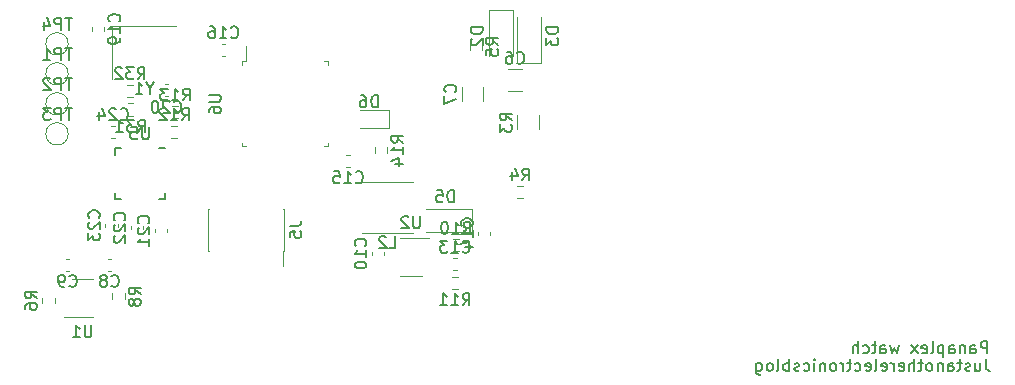
<source format=gbr>
%TF.GenerationSoftware,KiCad,Pcbnew,6.0.6-1.fc35*%
%TF.CreationDate,2022-07-26T21:01:35+02:00*%
%TF.ProjectId,Nixiewatch,4e697869-6577-4617-9463-682e6b696361,rev?*%
%TF.SameCoordinates,Original*%
%TF.FileFunction,Legend,Bot*%
%TF.FilePolarity,Positive*%
%FSLAX46Y46*%
G04 Gerber Fmt 4.6, Leading zero omitted, Abs format (unit mm)*
G04 Created by KiCad (PCBNEW 6.0.6-1.fc35) date 2022-07-26 21:01:35*
%MOMM*%
%LPD*%
G01*
G04 APERTURE LIST*
%ADD10C,0.150000*%
%ADD11C,0.120000*%
G04 APERTURE END LIST*
D10*
X150271428Y-65052380D02*
X150271428Y-65766666D01*
X150319047Y-65909523D01*
X150414285Y-66004761D01*
X150557142Y-66052380D01*
X150652380Y-66052380D01*
X149366666Y-65385714D02*
X149366666Y-66052380D01*
X149795238Y-65385714D02*
X149795238Y-65909523D01*
X149747619Y-66004761D01*
X149652380Y-66052380D01*
X149509523Y-66052380D01*
X149414285Y-66004761D01*
X149366666Y-65957142D01*
X148938095Y-66004761D02*
X148842857Y-66052380D01*
X148652380Y-66052380D01*
X148557142Y-66004761D01*
X148509523Y-65909523D01*
X148509523Y-65861904D01*
X148557142Y-65766666D01*
X148652380Y-65719047D01*
X148795238Y-65719047D01*
X148890476Y-65671428D01*
X148938095Y-65576190D01*
X148938095Y-65528571D01*
X148890476Y-65433333D01*
X148795238Y-65385714D01*
X148652380Y-65385714D01*
X148557142Y-65433333D01*
X148223809Y-65385714D02*
X147842857Y-65385714D01*
X148080952Y-65052380D02*
X148080952Y-65909523D01*
X148033333Y-66004761D01*
X147938095Y-66052380D01*
X147842857Y-66052380D01*
X147080952Y-66052380D02*
X147080952Y-65528571D01*
X147128571Y-65433333D01*
X147223809Y-65385714D01*
X147414285Y-65385714D01*
X147509523Y-65433333D01*
X147080952Y-66004761D02*
X147176190Y-66052380D01*
X147414285Y-66052380D01*
X147509523Y-66004761D01*
X147557142Y-65909523D01*
X147557142Y-65814285D01*
X147509523Y-65719047D01*
X147414285Y-65671428D01*
X147176190Y-65671428D01*
X147080952Y-65623809D01*
X146604761Y-65385714D02*
X146604761Y-66052380D01*
X146604761Y-65480952D02*
X146557142Y-65433333D01*
X146461904Y-65385714D01*
X146319047Y-65385714D01*
X146223809Y-65433333D01*
X146176190Y-65528571D01*
X146176190Y-66052380D01*
X145557142Y-66052380D02*
X145652380Y-66004761D01*
X145700000Y-65957142D01*
X145747619Y-65861904D01*
X145747619Y-65576190D01*
X145700000Y-65480952D01*
X145652380Y-65433333D01*
X145557142Y-65385714D01*
X145414285Y-65385714D01*
X145319047Y-65433333D01*
X145271428Y-65480952D01*
X145223809Y-65576190D01*
X145223809Y-65861904D01*
X145271428Y-65957142D01*
X145319047Y-66004761D01*
X145414285Y-66052380D01*
X145557142Y-66052380D01*
X144938095Y-65385714D02*
X144557142Y-65385714D01*
X144795238Y-65052380D02*
X144795238Y-65909523D01*
X144747619Y-66004761D01*
X144652380Y-66052380D01*
X144557142Y-66052380D01*
X144223809Y-66052380D02*
X144223809Y-65052380D01*
X143795238Y-66052380D02*
X143795238Y-65528571D01*
X143842857Y-65433333D01*
X143938095Y-65385714D01*
X144080952Y-65385714D01*
X144176190Y-65433333D01*
X144223809Y-65480952D01*
X142938095Y-66004761D02*
X143033333Y-66052380D01*
X143223809Y-66052380D01*
X143319047Y-66004761D01*
X143366666Y-65909523D01*
X143366666Y-65528571D01*
X143319047Y-65433333D01*
X143223809Y-65385714D01*
X143033333Y-65385714D01*
X142938095Y-65433333D01*
X142890476Y-65528571D01*
X142890476Y-65623809D01*
X143366666Y-65719047D01*
X142461904Y-66052380D02*
X142461904Y-65385714D01*
X142461904Y-65576190D02*
X142414285Y-65480952D01*
X142366666Y-65433333D01*
X142271428Y-65385714D01*
X142176190Y-65385714D01*
X141461904Y-66004761D02*
X141557142Y-66052380D01*
X141747619Y-66052380D01*
X141842857Y-66004761D01*
X141890476Y-65909523D01*
X141890476Y-65528571D01*
X141842857Y-65433333D01*
X141747619Y-65385714D01*
X141557142Y-65385714D01*
X141461904Y-65433333D01*
X141414285Y-65528571D01*
X141414285Y-65623809D01*
X141890476Y-65719047D01*
X140842857Y-66052380D02*
X140938095Y-66004761D01*
X140985714Y-65909523D01*
X140985714Y-65052380D01*
X140080952Y-66004761D02*
X140176190Y-66052380D01*
X140366666Y-66052380D01*
X140461904Y-66004761D01*
X140509523Y-65909523D01*
X140509523Y-65528571D01*
X140461904Y-65433333D01*
X140366666Y-65385714D01*
X140176190Y-65385714D01*
X140080952Y-65433333D01*
X140033333Y-65528571D01*
X140033333Y-65623809D01*
X140509523Y-65719047D01*
X139176190Y-66004761D02*
X139271428Y-66052380D01*
X139461904Y-66052380D01*
X139557142Y-66004761D01*
X139604761Y-65957142D01*
X139652380Y-65861904D01*
X139652380Y-65576190D01*
X139604761Y-65480952D01*
X139557142Y-65433333D01*
X139461904Y-65385714D01*
X139271428Y-65385714D01*
X139176190Y-65433333D01*
X138890476Y-65385714D02*
X138509523Y-65385714D01*
X138747619Y-65052380D02*
X138747619Y-65909523D01*
X138700000Y-66004761D01*
X138604761Y-66052380D01*
X138509523Y-66052380D01*
X138176190Y-66052380D02*
X138176190Y-65385714D01*
X138176190Y-65576190D02*
X138128571Y-65480952D01*
X138080952Y-65433333D01*
X137985714Y-65385714D01*
X137890476Y-65385714D01*
X137414285Y-66052380D02*
X137509523Y-66004761D01*
X137557142Y-65957142D01*
X137604761Y-65861904D01*
X137604761Y-65576190D01*
X137557142Y-65480952D01*
X137509523Y-65433333D01*
X137414285Y-65385714D01*
X137271428Y-65385714D01*
X137176190Y-65433333D01*
X137128571Y-65480952D01*
X137080952Y-65576190D01*
X137080952Y-65861904D01*
X137128571Y-65957142D01*
X137176190Y-66004761D01*
X137271428Y-66052380D01*
X137414285Y-66052380D01*
X136652380Y-65385714D02*
X136652380Y-66052380D01*
X136652380Y-65480952D02*
X136604761Y-65433333D01*
X136509523Y-65385714D01*
X136366666Y-65385714D01*
X136271428Y-65433333D01*
X136223809Y-65528571D01*
X136223809Y-66052380D01*
X135747619Y-66052380D02*
X135747619Y-65385714D01*
X135747619Y-65052380D02*
X135795238Y-65100000D01*
X135747619Y-65147619D01*
X135700000Y-65100000D01*
X135747619Y-65052380D01*
X135747619Y-65147619D01*
X134842857Y-66004761D02*
X134938095Y-66052380D01*
X135128571Y-66052380D01*
X135223809Y-66004761D01*
X135271428Y-65957142D01*
X135319047Y-65861904D01*
X135319047Y-65576190D01*
X135271428Y-65480952D01*
X135223809Y-65433333D01*
X135128571Y-65385714D01*
X134938095Y-65385714D01*
X134842857Y-65433333D01*
X134461904Y-66004761D02*
X134366666Y-66052380D01*
X134176190Y-66052380D01*
X134080952Y-66004761D01*
X134033333Y-65909523D01*
X134033333Y-65861904D01*
X134080952Y-65766666D01*
X134176190Y-65719047D01*
X134319047Y-65719047D01*
X134414285Y-65671428D01*
X134461904Y-65576190D01*
X134461904Y-65528571D01*
X134414285Y-65433333D01*
X134319047Y-65385714D01*
X134176190Y-65385714D01*
X134080952Y-65433333D01*
X133604761Y-66052380D02*
X133604761Y-65052380D01*
X133604761Y-65433333D02*
X133509523Y-65385714D01*
X133319047Y-65385714D01*
X133223809Y-65433333D01*
X133176190Y-65480952D01*
X133128571Y-65576190D01*
X133128571Y-65861904D01*
X133176190Y-65957142D01*
X133223809Y-66004761D01*
X133319047Y-66052380D01*
X133509523Y-66052380D01*
X133604761Y-66004761D01*
X132557142Y-66052380D02*
X132652380Y-66004761D01*
X132700000Y-65909523D01*
X132700000Y-65052380D01*
X132033333Y-66052380D02*
X132128571Y-66004761D01*
X132176190Y-65957142D01*
X132223809Y-65861904D01*
X132223809Y-65576190D01*
X132176190Y-65480952D01*
X132128571Y-65433333D01*
X132033333Y-65385714D01*
X131890476Y-65385714D01*
X131795238Y-65433333D01*
X131747619Y-65480952D01*
X131700000Y-65576190D01*
X131700000Y-65861904D01*
X131747619Y-65957142D01*
X131795238Y-66004761D01*
X131890476Y-66052380D01*
X132033333Y-66052380D01*
X130842857Y-65385714D02*
X130842857Y-66195238D01*
X130890476Y-66290476D01*
X130938095Y-66338095D01*
X131033333Y-66385714D01*
X131176190Y-66385714D01*
X131271428Y-66338095D01*
X130842857Y-66004761D02*
X130938095Y-66052380D01*
X131128571Y-66052380D01*
X131223809Y-66004761D01*
X131271428Y-65957142D01*
X131319047Y-65861904D01*
X131319047Y-65576190D01*
X131271428Y-65480952D01*
X131223809Y-65433333D01*
X131128571Y-65385714D01*
X130938095Y-65385714D01*
X130842857Y-65433333D01*
X150390476Y-64552380D02*
X150390476Y-63552380D01*
X150009523Y-63552380D01*
X149914285Y-63600000D01*
X149866666Y-63647619D01*
X149819047Y-63742857D01*
X149819047Y-63885714D01*
X149866666Y-63980952D01*
X149914285Y-64028571D01*
X150009523Y-64076190D01*
X150390476Y-64076190D01*
X148961904Y-64552380D02*
X148961904Y-64028571D01*
X149009523Y-63933333D01*
X149104761Y-63885714D01*
X149295238Y-63885714D01*
X149390476Y-63933333D01*
X148961904Y-64504761D02*
X149057142Y-64552380D01*
X149295238Y-64552380D01*
X149390476Y-64504761D01*
X149438095Y-64409523D01*
X149438095Y-64314285D01*
X149390476Y-64219047D01*
X149295238Y-64171428D01*
X149057142Y-64171428D01*
X148961904Y-64123809D01*
X148485714Y-63885714D02*
X148485714Y-64552380D01*
X148485714Y-63980952D02*
X148438095Y-63933333D01*
X148342857Y-63885714D01*
X148200000Y-63885714D01*
X148104761Y-63933333D01*
X148057142Y-64028571D01*
X148057142Y-64552380D01*
X147152380Y-64552380D02*
X147152380Y-64028571D01*
X147200000Y-63933333D01*
X147295238Y-63885714D01*
X147485714Y-63885714D01*
X147580952Y-63933333D01*
X147152380Y-64504761D02*
X147247619Y-64552380D01*
X147485714Y-64552380D01*
X147580952Y-64504761D01*
X147628571Y-64409523D01*
X147628571Y-64314285D01*
X147580952Y-64219047D01*
X147485714Y-64171428D01*
X147247619Y-64171428D01*
X147152380Y-64123809D01*
X146676190Y-63885714D02*
X146676190Y-64885714D01*
X146676190Y-63933333D02*
X146580952Y-63885714D01*
X146390476Y-63885714D01*
X146295238Y-63933333D01*
X146247619Y-63980952D01*
X146200000Y-64076190D01*
X146200000Y-64361904D01*
X146247619Y-64457142D01*
X146295238Y-64504761D01*
X146390476Y-64552380D01*
X146580952Y-64552380D01*
X146676190Y-64504761D01*
X145628571Y-64552380D02*
X145723809Y-64504761D01*
X145771428Y-64409523D01*
X145771428Y-63552380D01*
X144866666Y-64504761D02*
X144961904Y-64552380D01*
X145152380Y-64552380D01*
X145247619Y-64504761D01*
X145295238Y-64409523D01*
X145295238Y-64028571D01*
X145247619Y-63933333D01*
X145152380Y-63885714D01*
X144961904Y-63885714D01*
X144866666Y-63933333D01*
X144819047Y-64028571D01*
X144819047Y-64123809D01*
X145295238Y-64219047D01*
X144485714Y-64552380D02*
X143961904Y-63885714D01*
X144485714Y-63885714D02*
X143961904Y-64552380D01*
X142914285Y-63885714D02*
X142723809Y-64552380D01*
X142533333Y-64076190D01*
X142342857Y-64552380D01*
X142152380Y-63885714D01*
X141342857Y-64552380D02*
X141342857Y-64028571D01*
X141390476Y-63933333D01*
X141485714Y-63885714D01*
X141676190Y-63885714D01*
X141771428Y-63933333D01*
X141342857Y-64504761D02*
X141438095Y-64552380D01*
X141676190Y-64552380D01*
X141771428Y-64504761D01*
X141819047Y-64409523D01*
X141819047Y-64314285D01*
X141771428Y-64219047D01*
X141676190Y-64171428D01*
X141438095Y-64171428D01*
X141342857Y-64123809D01*
X141009523Y-63885714D02*
X140628571Y-63885714D01*
X140866666Y-63552380D02*
X140866666Y-64409523D01*
X140819047Y-64504761D01*
X140723809Y-64552380D01*
X140628571Y-64552380D01*
X139866666Y-64504761D02*
X139961904Y-64552380D01*
X140152380Y-64552380D01*
X140247619Y-64504761D01*
X140295238Y-64457142D01*
X140342857Y-64361904D01*
X140342857Y-64076190D01*
X140295238Y-63980952D01*
X140247619Y-63933333D01*
X140152380Y-63885714D01*
X139961904Y-63885714D01*
X139866666Y-63933333D01*
X139438095Y-64552380D02*
X139438095Y-63552380D01*
X139009523Y-64552380D02*
X139009523Y-64028571D01*
X139057142Y-63933333D01*
X139152380Y-63885714D01*
X139295238Y-63885714D01*
X139390476Y-63933333D01*
X139438095Y-63980952D01*
%TO.C,TP4*%
X72889904Y-36158380D02*
X72318476Y-36158380D01*
X72604190Y-37158380D02*
X72604190Y-36158380D01*
X71985142Y-37158380D02*
X71985142Y-36158380D01*
X71604190Y-36158380D01*
X71508952Y-36206000D01*
X71461333Y-36253619D01*
X71413714Y-36348857D01*
X71413714Y-36491714D01*
X71461333Y-36586952D01*
X71508952Y-36634571D01*
X71604190Y-36682190D01*
X71985142Y-36682190D01*
X70556571Y-36491714D02*
X70556571Y-37158380D01*
X70794666Y-36110761D02*
X71032761Y-36825047D01*
X70413714Y-36825047D01*
%TO.C,TP3*%
X72889904Y-43778380D02*
X72318476Y-43778380D01*
X72604190Y-44778380D02*
X72604190Y-43778380D01*
X71985142Y-44778380D02*
X71985142Y-43778380D01*
X71604190Y-43778380D01*
X71508952Y-43826000D01*
X71461333Y-43873619D01*
X71413714Y-43968857D01*
X71413714Y-44111714D01*
X71461333Y-44206952D01*
X71508952Y-44254571D01*
X71604190Y-44302190D01*
X71985142Y-44302190D01*
X71080380Y-43778380D02*
X70461333Y-43778380D01*
X70794666Y-44159333D01*
X70651809Y-44159333D01*
X70556571Y-44206952D01*
X70508952Y-44254571D01*
X70461333Y-44349809D01*
X70461333Y-44587904D01*
X70508952Y-44683142D01*
X70556571Y-44730761D01*
X70651809Y-44778380D01*
X70937523Y-44778380D01*
X71032761Y-44730761D01*
X71080380Y-44683142D01*
%TO.C,TP2*%
X72889904Y-41238380D02*
X72318476Y-41238380D01*
X72604190Y-42238380D02*
X72604190Y-41238380D01*
X71985142Y-42238380D02*
X71985142Y-41238380D01*
X71604190Y-41238380D01*
X71508952Y-41286000D01*
X71461333Y-41333619D01*
X71413714Y-41428857D01*
X71413714Y-41571714D01*
X71461333Y-41666952D01*
X71508952Y-41714571D01*
X71604190Y-41762190D01*
X71985142Y-41762190D01*
X71032761Y-41333619D02*
X70985142Y-41286000D01*
X70889904Y-41238380D01*
X70651809Y-41238380D01*
X70556571Y-41286000D01*
X70508952Y-41333619D01*
X70461333Y-41428857D01*
X70461333Y-41524095D01*
X70508952Y-41666952D01*
X71080380Y-42238380D01*
X70461333Y-42238380D01*
%TO.C,TP1*%
X72889904Y-38698380D02*
X72318476Y-38698380D01*
X72604190Y-39698380D02*
X72604190Y-38698380D01*
X71985142Y-39698380D02*
X71985142Y-38698380D01*
X71604190Y-38698380D01*
X71508952Y-38746000D01*
X71461333Y-38793619D01*
X71413714Y-38888857D01*
X71413714Y-39031714D01*
X71461333Y-39126952D01*
X71508952Y-39174571D01*
X71604190Y-39222190D01*
X71985142Y-39222190D01*
X70461333Y-39698380D02*
X71032761Y-39698380D01*
X70747047Y-39698380D02*
X70747047Y-38698380D01*
X70842285Y-38841238D01*
X70937523Y-38936476D01*
X71032761Y-38984095D01*
%TO.C,R6*%
X69922380Y-59908333D02*
X69446190Y-59575000D01*
X69922380Y-59336904D02*
X68922380Y-59336904D01*
X68922380Y-59717857D01*
X68970000Y-59813095D01*
X69017619Y-59860714D01*
X69112857Y-59908333D01*
X69255714Y-59908333D01*
X69350952Y-59860714D01*
X69398571Y-59813095D01*
X69446190Y-59717857D01*
X69446190Y-59336904D01*
X68922380Y-60765476D02*
X68922380Y-60575000D01*
X68970000Y-60479761D01*
X69017619Y-60432142D01*
X69160476Y-60336904D01*
X69350952Y-60289285D01*
X69731904Y-60289285D01*
X69827142Y-60336904D01*
X69874761Y-60384523D01*
X69922380Y-60479761D01*
X69922380Y-60670238D01*
X69874761Y-60765476D01*
X69827142Y-60813095D01*
X69731904Y-60860714D01*
X69493809Y-60860714D01*
X69398571Y-60813095D01*
X69350952Y-60765476D01*
X69303333Y-60670238D01*
X69303333Y-60479761D01*
X69350952Y-60384523D01*
X69398571Y-60336904D01*
X69493809Y-60289285D01*
%TO.C,C8*%
X76237166Y-58827642D02*
X76284785Y-58875261D01*
X76427642Y-58922880D01*
X76522880Y-58922880D01*
X76665738Y-58875261D01*
X76760976Y-58780023D01*
X76808595Y-58684785D01*
X76856214Y-58494309D01*
X76856214Y-58351452D01*
X76808595Y-58160976D01*
X76760976Y-58065738D01*
X76665738Y-57970500D01*
X76522880Y-57922880D01*
X76427642Y-57922880D01*
X76284785Y-57970500D01*
X76237166Y-58018119D01*
X75665738Y-58351452D02*
X75760976Y-58303833D01*
X75808595Y-58256214D01*
X75856214Y-58160976D01*
X75856214Y-58113357D01*
X75808595Y-58018119D01*
X75760976Y-57970500D01*
X75665738Y-57922880D01*
X75475261Y-57922880D01*
X75380023Y-57970500D01*
X75332404Y-58018119D01*
X75284785Y-58113357D01*
X75284785Y-58160976D01*
X75332404Y-58256214D01*
X75380023Y-58303833D01*
X75475261Y-58351452D01*
X75665738Y-58351452D01*
X75760976Y-58399071D01*
X75808595Y-58446690D01*
X75856214Y-58541928D01*
X75856214Y-58732404D01*
X75808595Y-58827642D01*
X75760976Y-58875261D01*
X75665738Y-58922880D01*
X75475261Y-58922880D01*
X75380023Y-58875261D01*
X75332404Y-58827642D01*
X75284785Y-58732404D01*
X75284785Y-58541928D01*
X75332404Y-58446690D01*
X75380023Y-58399071D01*
X75475261Y-58351452D01*
%TO.C,C9*%
X72681166Y-58827642D02*
X72728785Y-58875261D01*
X72871642Y-58922880D01*
X72966880Y-58922880D01*
X73109738Y-58875261D01*
X73204976Y-58780023D01*
X73252595Y-58684785D01*
X73300214Y-58494309D01*
X73300214Y-58351452D01*
X73252595Y-58160976D01*
X73204976Y-58065738D01*
X73109738Y-57970500D01*
X72966880Y-57922880D01*
X72871642Y-57922880D01*
X72728785Y-57970500D01*
X72681166Y-58018119D01*
X72204976Y-58922880D02*
X72014500Y-58922880D01*
X71919261Y-58875261D01*
X71871642Y-58827642D01*
X71776404Y-58684785D01*
X71728785Y-58494309D01*
X71728785Y-58113357D01*
X71776404Y-58018119D01*
X71824023Y-57970500D01*
X71919261Y-57922880D01*
X72109738Y-57922880D01*
X72204976Y-57970500D01*
X72252595Y-58018119D01*
X72300214Y-58113357D01*
X72300214Y-58351452D01*
X72252595Y-58446690D01*
X72204976Y-58494309D01*
X72109738Y-58541928D01*
X71919261Y-58541928D01*
X71824023Y-58494309D01*
X71776404Y-58446690D01*
X71728785Y-58351452D01*
%TO.C,R8*%
X78714880Y-59554833D02*
X78238690Y-59221500D01*
X78714880Y-58983404D02*
X77714880Y-58983404D01*
X77714880Y-59364357D01*
X77762500Y-59459595D01*
X77810119Y-59507214D01*
X77905357Y-59554833D01*
X78048214Y-59554833D01*
X78143452Y-59507214D01*
X78191071Y-59459595D01*
X78238690Y-59364357D01*
X78238690Y-58983404D01*
X78143452Y-60126261D02*
X78095833Y-60031023D01*
X78048214Y-59983404D01*
X77952976Y-59935785D01*
X77905357Y-59935785D01*
X77810119Y-59983404D01*
X77762500Y-60031023D01*
X77714880Y-60126261D01*
X77714880Y-60316738D01*
X77762500Y-60411976D01*
X77810119Y-60459595D01*
X77905357Y-60507214D01*
X77952976Y-60507214D01*
X78048214Y-60459595D01*
X78095833Y-60411976D01*
X78143452Y-60316738D01*
X78143452Y-60126261D01*
X78191071Y-60031023D01*
X78238690Y-59983404D01*
X78333928Y-59935785D01*
X78524404Y-59935785D01*
X78619642Y-59983404D01*
X78667261Y-60031023D01*
X78714880Y-60126261D01*
X78714880Y-60316738D01*
X78667261Y-60411976D01*
X78619642Y-60459595D01*
X78524404Y-60507214D01*
X78333928Y-60507214D01*
X78238690Y-60459595D01*
X78191071Y-60411976D01*
X78143452Y-60316738D01*
%TO.C,U1*%
X74546404Y-62186880D02*
X74546404Y-62996404D01*
X74498785Y-63091642D01*
X74451166Y-63139261D01*
X74355928Y-63186880D01*
X74165452Y-63186880D01*
X74070214Y-63139261D01*
X74022595Y-63091642D01*
X73974976Y-62996404D01*
X73974976Y-62186880D01*
X72974976Y-63186880D02*
X73546404Y-63186880D01*
X73260690Y-63186880D02*
X73260690Y-62186880D01*
X73355928Y-62329738D01*
X73451166Y-62424976D01*
X73546404Y-62472595D01*
%TO.C,C10*%
X97727142Y-55457142D02*
X97774761Y-55409523D01*
X97822380Y-55266666D01*
X97822380Y-55171428D01*
X97774761Y-55028571D01*
X97679523Y-54933333D01*
X97584285Y-54885714D01*
X97393809Y-54838095D01*
X97250952Y-54838095D01*
X97060476Y-54885714D01*
X96965238Y-54933333D01*
X96870000Y-55028571D01*
X96822380Y-55171428D01*
X96822380Y-55266666D01*
X96870000Y-55409523D01*
X96917619Y-55457142D01*
X97822380Y-56409523D02*
X97822380Y-55838095D01*
X97822380Y-56123809D02*
X96822380Y-56123809D01*
X96965238Y-56028571D01*
X97060476Y-55933333D01*
X97108095Y-55838095D01*
X96822380Y-57028571D02*
X96822380Y-57123809D01*
X96870000Y-57219047D01*
X96917619Y-57266666D01*
X97012857Y-57314285D01*
X97203333Y-57361904D01*
X97441428Y-57361904D01*
X97631904Y-57314285D01*
X97727142Y-57266666D01*
X97774761Y-57219047D01*
X97822380Y-57123809D01*
X97822380Y-57028571D01*
X97774761Y-56933333D01*
X97727142Y-56885714D01*
X97631904Y-56838095D01*
X97441428Y-56790476D01*
X97203333Y-56790476D01*
X97012857Y-56838095D01*
X96917619Y-56885714D01*
X96870000Y-56933333D01*
X96822380Y-57028571D01*
%TO.C,C13*%
X105967857Y-55927142D02*
X106015476Y-55974761D01*
X106158333Y-56022380D01*
X106253571Y-56022380D01*
X106396428Y-55974761D01*
X106491666Y-55879523D01*
X106539285Y-55784285D01*
X106586904Y-55593809D01*
X106586904Y-55450952D01*
X106539285Y-55260476D01*
X106491666Y-55165238D01*
X106396428Y-55070000D01*
X106253571Y-55022380D01*
X106158333Y-55022380D01*
X106015476Y-55070000D01*
X105967857Y-55117619D01*
X105015476Y-56022380D02*
X105586904Y-56022380D01*
X105301190Y-56022380D02*
X105301190Y-55022380D01*
X105396428Y-55165238D01*
X105491666Y-55260476D01*
X105586904Y-55308095D01*
X104682142Y-55022380D02*
X104063095Y-55022380D01*
X104396428Y-55403333D01*
X104253571Y-55403333D01*
X104158333Y-55450952D01*
X104110714Y-55498571D01*
X104063095Y-55593809D01*
X104063095Y-55831904D01*
X104110714Y-55927142D01*
X104158333Y-55974761D01*
X104253571Y-56022380D01*
X104539285Y-56022380D01*
X104634523Y-55974761D01*
X104682142Y-55927142D01*
%TO.C,C14*%
X106727142Y-53757142D02*
X106774761Y-53709523D01*
X106822380Y-53566666D01*
X106822380Y-53471428D01*
X106774761Y-53328571D01*
X106679523Y-53233333D01*
X106584285Y-53185714D01*
X106393809Y-53138095D01*
X106250952Y-53138095D01*
X106060476Y-53185714D01*
X105965238Y-53233333D01*
X105870000Y-53328571D01*
X105822380Y-53471428D01*
X105822380Y-53566666D01*
X105870000Y-53709523D01*
X105917619Y-53757142D01*
X106822380Y-54709523D02*
X106822380Y-54138095D01*
X106822380Y-54423809D02*
X105822380Y-54423809D01*
X105965238Y-54328571D01*
X106060476Y-54233333D01*
X106108095Y-54138095D01*
X106155714Y-55566666D02*
X106822380Y-55566666D01*
X105774761Y-55328571D02*
X106489047Y-55090476D01*
X106489047Y-55709523D01*
%TO.C,D5*%
X105238095Y-51752380D02*
X105238095Y-50752380D01*
X105000000Y-50752380D01*
X104857142Y-50800000D01*
X104761904Y-50895238D01*
X104714285Y-50990476D01*
X104666666Y-51180952D01*
X104666666Y-51323809D01*
X104714285Y-51514285D01*
X104761904Y-51609523D01*
X104857142Y-51704761D01*
X105000000Y-51752380D01*
X105238095Y-51752380D01*
X103761904Y-50752380D02*
X104238095Y-50752380D01*
X104285714Y-51228571D01*
X104238095Y-51180952D01*
X104142857Y-51133333D01*
X103904761Y-51133333D01*
X103809523Y-51180952D01*
X103761904Y-51228571D01*
X103714285Y-51323809D01*
X103714285Y-51561904D01*
X103761904Y-51657142D01*
X103809523Y-51704761D01*
X103904761Y-51752380D01*
X104142857Y-51752380D01*
X104238095Y-51704761D01*
X104285714Y-51657142D01*
%TO.C,L2*%
X99766666Y-55652380D02*
X100242857Y-55652380D01*
X100242857Y-54652380D01*
X99480952Y-54747619D02*
X99433333Y-54700000D01*
X99338095Y-54652380D01*
X99100000Y-54652380D01*
X99004761Y-54700000D01*
X98957142Y-54747619D01*
X98909523Y-54842857D01*
X98909523Y-54938095D01*
X98957142Y-55080952D01*
X99528571Y-55652380D01*
X98909523Y-55652380D01*
%TO.C,R10*%
X106042857Y-54422380D02*
X106376190Y-53946190D01*
X106614285Y-54422380D02*
X106614285Y-53422380D01*
X106233333Y-53422380D01*
X106138095Y-53470000D01*
X106090476Y-53517619D01*
X106042857Y-53612857D01*
X106042857Y-53755714D01*
X106090476Y-53850952D01*
X106138095Y-53898571D01*
X106233333Y-53946190D01*
X106614285Y-53946190D01*
X105090476Y-54422380D02*
X105661904Y-54422380D01*
X105376190Y-54422380D02*
X105376190Y-53422380D01*
X105471428Y-53565238D01*
X105566666Y-53660476D01*
X105661904Y-53708095D01*
X104471428Y-53422380D02*
X104376190Y-53422380D01*
X104280952Y-53470000D01*
X104233333Y-53517619D01*
X104185714Y-53612857D01*
X104138095Y-53803333D01*
X104138095Y-54041428D01*
X104185714Y-54231904D01*
X104233333Y-54327142D01*
X104280952Y-54374761D01*
X104376190Y-54422380D01*
X104471428Y-54422380D01*
X104566666Y-54374761D01*
X104614285Y-54327142D01*
X104661904Y-54231904D01*
X104709523Y-54041428D01*
X104709523Y-53803333D01*
X104661904Y-53612857D01*
X104614285Y-53517619D01*
X104566666Y-53470000D01*
X104471428Y-53422380D01*
%TO.C,R11*%
X105967857Y-60482380D02*
X106301190Y-60006190D01*
X106539285Y-60482380D02*
X106539285Y-59482380D01*
X106158333Y-59482380D01*
X106063095Y-59530000D01*
X106015476Y-59577619D01*
X105967857Y-59672857D01*
X105967857Y-59815714D01*
X106015476Y-59910952D01*
X106063095Y-59958571D01*
X106158333Y-60006190D01*
X106539285Y-60006190D01*
X105015476Y-60482380D02*
X105586904Y-60482380D01*
X105301190Y-60482380D02*
X105301190Y-59482380D01*
X105396428Y-59625238D01*
X105491666Y-59720476D01*
X105586904Y-59768095D01*
X104063095Y-60482380D02*
X104634523Y-60482380D01*
X104348809Y-60482380D02*
X104348809Y-59482380D01*
X104444047Y-59625238D01*
X104539285Y-59720476D01*
X104634523Y-59768095D01*
%TO.C,U2*%
X102361904Y-52952380D02*
X102361904Y-53761904D01*
X102314285Y-53857142D01*
X102266666Y-53904761D01*
X102171428Y-53952380D01*
X101980952Y-53952380D01*
X101885714Y-53904761D01*
X101838095Y-53857142D01*
X101790476Y-53761904D01*
X101790476Y-52952380D01*
X101361904Y-53047619D02*
X101314285Y-53000000D01*
X101219047Y-52952380D01*
X100980952Y-52952380D01*
X100885714Y-53000000D01*
X100838095Y-53047619D01*
X100790476Y-53142857D01*
X100790476Y-53238095D01*
X100838095Y-53380952D01*
X101409523Y-53952380D01*
X100790476Y-53952380D01*
%TO.C,J5*%
X91317380Y-53768666D02*
X92031666Y-53768666D01*
X92174523Y-53721047D01*
X92269761Y-53625809D01*
X92317380Y-53482952D01*
X92317380Y-53387714D01*
X91317380Y-54721047D02*
X91317380Y-54244857D01*
X91793571Y-54197238D01*
X91745952Y-54244857D01*
X91698333Y-54340095D01*
X91698333Y-54578190D01*
X91745952Y-54673428D01*
X91793571Y-54721047D01*
X91888809Y-54768666D01*
X92126904Y-54768666D01*
X92222142Y-54721047D01*
X92269761Y-54673428D01*
X92317380Y-54578190D01*
X92317380Y-54340095D01*
X92269761Y-54244857D01*
X92222142Y-54197238D01*
%TO.C,C23*%
X75167142Y-53079142D02*
X75214761Y-53031523D01*
X75262380Y-52888666D01*
X75262380Y-52793428D01*
X75214761Y-52650571D01*
X75119523Y-52555333D01*
X75024285Y-52507714D01*
X74833809Y-52460095D01*
X74690952Y-52460095D01*
X74500476Y-52507714D01*
X74405238Y-52555333D01*
X74310000Y-52650571D01*
X74262380Y-52793428D01*
X74262380Y-52888666D01*
X74310000Y-53031523D01*
X74357619Y-53079142D01*
X74357619Y-53460095D02*
X74310000Y-53507714D01*
X74262380Y-53602952D01*
X74262380Y-53841047D01*
X74310000Y-53936285D01*
X74357619Y-53983904D01*
X74452857Y-54031523D01*
X74548095Y-54031523D01*
X74690952Y-53983904D01*
X75262380Y-53412476D01*
X75262380Y-54031523D01*
X74262380Y-54364857D02*
X74262380Y-54983904D01*
X74643333Y-54650571D01*
X74643333Y-54793428D01*
X74690952Y-54888666D01*
X74738571Y-54936285D01*
X74833809Y-54983904D01*
X75071904Y-54983904D01*
X75167142Y-54936285D01*
X75214761Y-54888666D01*
X75262380Y-54793428D01*
X75262380Y-54507714D01*
X75214761Y-54412476D01*
X75167142Y-54364857D01*
%TO.C,C24*%
X77006857Y-44721142D02*
X77054476Y-44768761D01*
X77197333Y-44816380D01*
X77292571Y-44816380D01*
X77435428Y-44768761D01*
X77530666Y-44673523D01*
X77578285Y-44578285D01*
X77625904Y-44387809D01*
X77625904Y-44244952D01*
X77578285Y-44054476D01*
X77530666Y-43959238D01*
X77435428Y-43864000D01*
X77292571Y-43816380D01*
X77197333Y-43816380D01*
X77054476Y-43864000D01*
X77006857Y-43911619D01*
X76625904Y-43911619D02*
X76578285Y-43864000D01*
X76483047Y-43816380D01*
X76244952Y-43816380D01*
X76149714Y-43864000D01*
X76102095Y-43911619D01*
X76054476Y-44006857D01*
X76054476Y-44102095D01*
X76102095Y-44244952D01*
X76673523Y-44816380D01*
X76054476Y-44816380D01*
X75197333Y-44149714D02*
X75197333Y-44816380D01*
X75435428Y-43768761D02*
X75673523Y-44483047D01*
X75054476Y-44483047D01*
%TO.C,C20*%
X81542857Y-44087142D02*
X81590476Y-44134761D01*
X81733333Y-44182380D01*
X81828571Y-44182380D01*
X81971428Y-44134761D01*
X82066666Y-44039523D01*
X82114285Y-43944285D01*
X82161904Y-43753809D01*
X82161904Y-43610952D01*
X82114285Y-43420476D01*
X82066666Y-43325238D01*
X81971428Y-43230000D01*
X81828571Y-43182380D01*
X81733333Y-43182380D01*
X81590476Y-43230000D01*
X81542857Y-43277619D01*
X81161904Y-43277619D02*
X81114285Y-43230000D01*
X81019047Y-43182380D01*
X80780952Y-43182380D01*
X80685714Y-43230000D01*
X80638095Y-43277619D01*
X80590476Y-43372857D01*
X80590476Y-43468095D01*
X80638095Y-43610952D01*
X81209523Y-44182380D01*
X80590476Y-44182380D01*
X79971428Y-43182380D02*
X79876190Y-43182380D01*
X79780952Y-43230000D01*
X79733333Y-43277619D01*
X79685714Y-43372857D01*
X79638095Y-43563333D01*
X79638095Y-43801428D01*
X79685714Y-43991904D01*
X79733333Y-44087142D01*
X79780952Y-44134761D01*
X79876190Y-44182380D01*
X79971428Y-44182380D01*
X80066666Y-44134761D01*
X80114285Y-44087142D01*
X80161904Y-43991904D01*
X80209523Y-43801428D01*
X80209523Y-43563333D01*
X80161904Y-43372857D01*
X80114285Y-43277619D01*
X80066666Y-43230000D01*
X79971428Y-43182380D01*
%TO.C,C19*%
X76887142Y-36457142D02*
X76934761Y-36409523D01*
X76982380Y-36266666D01*
X76982380Y-36171428D01*
X76934761Y-36028571D01*
X76839523Y-35933333D01*
X76744285Y-35885714D01*
X76553809Y-35838095D01*
X76410952Y-35838095D01*
X76220476Y-35885714D01*
X76125238Y-35933333D01*
X76030000Y-36028571D01*
X75982380Y-36171428D01*
X75982380Y-36266666D01*
X76030000Y-36409523D01*
X76077619Y-36457142D01*
X76982380Y-37409523D02*
X76982380Y-36838095D01*
X76982380Y-37123809D02*
X75982380Y-37123809D01*
X76125238Y-37028571D01*
X76220476Y-36933333D01*
X76268095Y-36838095D01*
X76982380Y-37885714D02*
X76982380Y-38076190D01*
X76934761Y-38171428D01*
X76887142Y-38219047D01*
X76744285Y-38314285D01*
X76553809Y-38361904D01*
X76172857Y-38361904D01*
X76077619Y-38314285D01*
X76030000Y-38266666D01*
X75982380Y-38171428D01*
X75982380Y-37980952D01*
X76030000Y-37885714D01*
X76077619Y-37838095D01*
X76172857Y-37790476D01*
X76410952Y-37790476D01*
X76506190Y-37838095D01*
X76553809Y-37885714D01*
X76601428Y-37980952D01*
X76601428Y-38171428D01*
X76553809Y-38266666D01*
X76506190Y-38314285D01*
X76410952Y-38361904D01*
%TO.C,C21*%
X79355142Y-53533142D02*
X79402761Y-53485523D01*
X79450380Y-53342666D01*
X79450380Y-53247428D01*
X79402761Y-53104571D01*
X79307523Y-53009333D01*
X79212285Y-52961714D01*
X79021809Y-52914095D01*
X78878952Y-52914095D01*
X78688476Y-52961714D01*
X78593238Y-53009333D01*
X78498000Y-53104571D01*
X78450380Y-53247428D01*
X78450380Y-53342666D01*
X78498000Y-53485523D01*
X78545619Y-53533142D01*
X78545619Y-53914095D02*
X78498000Y-53961714D01*
X78450380Y-54056952D01*
X78450380Y-54295047D01*
X78498000Y-54390285D01*
X78545619Y-54437904D01*
X78640857Y-54485523D01*
X78736095Y-54485523D01*
X78878952Y-54437904D01*
X79450380Y-53866476D01*
X79450380Y-54485523D01*
X79450380Y-55437904D02*
X79450380Y-54866476D01*
X79450380Y-55152190D02*
X78450380Y-55152190D01*
X78593238Y-55056952D01*
X78688476Y-54961714D01*
X78736095Y-54866476D01*
%TO.C,C22*%
X77323142Y-53279142D02*
X77370761Y-53231523D01*
X77418380Y-53088666D01*
X77418380Y-52993428D01*
X77370761Y-52850571D01*
X77275523Y-52755333D01*
X77180285Y-52707714D01*
X76989809Y-52660095D01*
X76846952Y-52660095D01*
X76656476Y-52707714D01*
X76561238Y-52755333D01*
X76466000Y-52850571D01*
X76418380Y-52993428D01*
X76418380Y-53088666D01*
X76466000Y-53231523D01*
X76513619Y-53279142D01*
X76513619Y-53660095D02*
X76466000Y-53707714D01*
X76418380Y-53802952D01*
X76418380Y-54041047D01*
X76466000Y-54136285D01*
X76513619Y-54183904D01*
X76608857Y-54231523D01*
X76704095Y-54231523D01*
X76846952Y-54183904D01*
X77418380Y-53612476D01*
X77418380Y-54231523D01*
X76513619Y-54612476D02*
X76466000Y-54660095D01*
X76418380Y-54755333D01*
X76418380Y-54993428D01*
X76466000Y-55088666D01*
X76513619Y-55136285D01*
X76608857Y-55183904D01*
X76704095Y-55183904D01*
X76846952Y-55136285D01*
X77418380Y-54564857D01*
X77418380Y-55183904D01*
%TO.C,D6*%
X98782095Y-43726380D02*
X98782095Y-42726380D01*
X98544000Y-42726380D01*
X98401142Y-42774000D01*
X98305904Y-42869238D01*
X98258285Y-42964476D01*
X98210666Y-43154952D01*
X98210666Y-43297809D01*
X98258285Y-43488285D01*
X98305904Y-43583523D01*
X98401142Y-43678761D01*
X98544000Y-43726380D01*
X98782095Y-43726380D01*
X97353523Y-42726380D02*
X97544000Y-42726380D01*
X97639238Y-42774000D01*
X97686857Y-42821619D01*
X97782095Y-42964476D01*
X97829714Y-43154952D01*
X97829714Y-43535904D01*
X97782095Y-43631142D01*
X97734476Y-43678761D01*
X97639238Y-43726380D01*
X97448761Y-43726380D01*
X97353523Y-43678761D01*
X97305904Y-43631142D01*
X97258285Y-43535904D01*
X97258285Y-43297809D01*
X97305904Y-43202571D01*
X97353523Y-43154952D01*
X97448761Y-43107333D01*
X97639238Y-43107333D01*
X97734476Y-43154952D01*
X97782095Y-43202571D01*
X97829714Y-43297809D01*
%TO.C,R14*%
X100942380Y-46714142D02*
X100466190Y-46380809D01*
X100942380Y-46142714D02*
X99942380Y-46142714D01*
X99942380Y-46523666D01*
X99990000Y-46618904D01*
X100037619Y-46666523D01*
X100132857Y-46714142D01*
X100275714Y-46714142D01*
X100370952Y-46666523D01*
X100418571Y-46618904D01*
X100466190Y-46523666D01*
X100466190Y-46142714D01*
X100942380Y-47666523D02*
X100942380Y-47095095D01*
X100942380Y-47380809D02*
X99942380Y-47380809D01*
X100085238Y-47285571D01*
X100180476Y-47190333D01*
X100228095Y-47095095D01*
X100275714Y-48523666D02*
X100942380Y-48523666D01*
X99894761Y-48285571D02*
X100609047Y-48047476D01*
X100609047Y-48666523D01*
%TO.C,R12*%
X82199857Y-44816380D02*
X82533190Y-44340190D01*
X82771285Y-44816380D02*
X82771285Y-43816380D01*
X82390333Y-43816380D01*
X82295095Y-43864000D01*
X82247476Y-43911619D01*
X82199857Y-44006857D01*
X82199857Y-44149714D01*
X82247476Y-44244952D01*
X82295095Y-44292571D01*
X82390333Y-44340190D01*
X82771285Y-44340190D01*
X81247476Y-44816380D02*
X81818904Y-44816380D01*
X81533190Y-44816380D02*
X81533190Y-43816380D01*
X81628428Y-43959238D01*
X81723666Y-44054476D01*
X81818904Y-44102095D01*
X80866523Y-43911619D02*
X80818904Y-43864000D01*
X80723666Y-43816380D01*
X80485571Y-43816380D01*
X80390333Y-43864000D01*
X80342714Y-43911619D01*
X80295095Y-44006857D01*
X80295095Y-44102095D01*
X80342714Y-44244952D01*
X80914142Y-44816380D01*
X80295095Y-44816380D01*
%TO.C,Y1*%
X79476190Y-42126190D02*
X79476190Y-42602380D01*
X79809523Y-41602380D02*
X79476190Y-42126190D01*
X79142857Y-41602380D01*
X78285714Y-42602380D02*
X78857142Y-42602380D01*
X78571428Y-42602380D02*
X78571428Y-41602380D01*
X78666666Y-41745238D01*
X78761904Y-41840476D01*
X78857142Y-41888095D01*
%TO.C,U5*%
X79411904Y-45427380D02*
X79411904Y-46236904D01*
X79364285Y-46332142D01*
X79316666Y-46379761D01*
X79221428Y-46427380D01*
X79030952Y-46427380D01*
X78935714Y-46379761D01*
X78888095Y-46332142D01*
X78840476Y-46236904D01*
X78840476Y-45427380D01*
X77888095Y-45427380D02*
X78364285Y-45427380D01*
X78411904Y-45903571D01*
X78364285Y-45855952D01*
X78269047Y-45808333D01*
X78030952Y-45808333D01*
X77935714Y-45855952D01*
X77888095Y-45903571D01*
X77840476Y-45998809D01*
X77840476Y-46236904D01*
X77888095Y-46332142D01*
X77935714Y-46379761D01*
X78030952Y-46427380D01*
X78269047Y-46427380D01*
X78364285Y-46379761D01*
X78411904Y-46332142D01*
%TO.C,C15*%
X96908857Y-50047142D02*
X96956476Y-50094761D01*
X97099333Y-50142380D01*
X97194571Y-50142380D01*
X97337428Y-50094761D01*
X97432666Y-49999523D01*
X97480285Y-49904285D01*
X97527904Y-49713809D01*
X97527904Y-49570952D01*
X97480285Y-49380476D01*
X97432666Y-49285238D01*
X97337428Y-49190000D01*
X97194571Y-49142380D01*
X97099333Y-49142380D01*
X96956476Y-49190000D01*
X96908857Y-49237619D01*
X95956476Y-50142380D02*
X96527904Y-50142380D01*
X96242190Y-50142380D02*
X96242190Y-49142380D01*
X96337428Y-49285238D01*
X96432666Y-49380476D01*
X96527904Y-49428095D01*
X95051714Y-49142380D02*
X95527904Y-49142380D01*
X95575523Y-49618571D01*
X95527904Y-49570952D01*
X95432666Y-49523333D01*
X95194571Y-49523333D01*
X95099333Y-49570952D01*
X95051714Y-49618571D01*
X95004095Y-49713809D01*
X95004095Y-49951904D01*
X95051714Y-50047142D01*
X95099333Y-50094761D01*
X95194571Y-50142380D01*
X95432666Y-50142380D01*
X95527904Y-50094761D01*
X95575523Y-50047142D01*
%TO.C,C16*%
X86353857Y-37789142D02*
X86401476Y-37836761D01*
X86544333Y-37884380D01*
X86639571Y-37884380D01*
X86782428Y-37836761D01*
X86877666Y-37741523D01*
X86925285Y-37646285D01*
X86972904Y-37455809D01*
X86972904Y-37312952D01*
X86925285Y-37122476D01*
X86877666Y-37027238D01*
X86782428Y-36932000D01*
X86639571Y-36884380D01*
X86544333Y-36884380D01*
X86401476Y-36932000D01*
X86353857Y-36979619D01*
X85401476Y-37884380D02*
X85972904Y-37884380D01*
X85687190Y-37884380D02*
X85687190Y-36884380D01*
X85782428Y-37027238D01*
X85877666Y-37122476D01*
X85972904Y-37170095D01*
X84544333Y-36884380D02*
X84734809Y-36884380D01*
X84830047Y-36932000D01*
X84877666Y-36979619D01*
X84972904Y-37122476D01*
X85020523Y-37312952D01*
X85020523Y-37693904D01*
X84972904Y-37789142D01*
X84925285Y-37836761D01*
X84830047Y-37884380D01*
X84639571Y-37884380D01*
X84544333Y-37836761D01*
X84496714Y-37789142D01*
X84449095Y-37693904D01*
X84449095Y-37455809D01*
X84496714Y-37360571D01*
X84544333Y-37312952D01*
X84639571Y-37265333D01*
X84830047Y-37265333D01*
X84925285Y-37312952D01*
X84972904Y-37360571D01*
X85020523Y-37455809D01*
%TO.C,U6*%
X84504380Y-42672095D02*
X85313904Y-42672095D01*
X85409142Y-42719714D01*
X85456761Y-42767333D01*
X85504380Y-42862571D01*
X85504380Y-43053047D01*
X85456761Y-43148285D01*
X85409142Y-43195904D01*
X85313904Y-43243523D01*
X84504380Y-43243523D01*
X84504380Y-44148285D02*
X84504380Y-43957809D01*
X84552000Y-43862571D01*
X84599619Y-43814952D01*
X84742476Y-43719714D01*
X84932952Y-43672095D01*
X85313904Y-43672095D01*
X85409142Y-43719714D01*
X85456761Y-43767333D01*
X85504380Y-43862571D01*
X85504380Y-44053047D01*
X85456761Y-44148285D01*
X85409142Y-44195904D01*
X85313904Y-44243523D01*
X85075809Y-44243523D01*
X84980571Y-44195904D01*
X84932952Y-44148285D01*
X84885333Y-44053047D01*
X84885333Y-43862571D01*
X84932952Y-43767333D01*
X84980571Y-43719714D01*
X85075809Y-43672095D01*
%TO.C,D2*%
X107652380Y-36961904D02*
X106652380Y-36961904D01*
X106652380Y-37200000D01*
X106700000Y-37342857D01*
X106795238Y-37438095D01*
X106890476Y-37485714D01*
X107080952Y-37533333D01*
X107223809Y-37533333D01*
X107414285Y-37485714D01*
X107509523Y-37438095D01*
X107604761Y-37342857D01*
X107652380Y-37200000D01*
X107652380Y-36961904D01*
X106747619Y-37914285D02*
X106700000Y-37961904D01*
X106652380Y-38057142D01*
X106652380Y-38295238D01*
X106700000Y-38390476D01*
X106747619Y-38438095D01*
X106842857Y-38485714D01*
X106938095Y-38485714D01*
X107080952Y-38438095D01*
X107652380Y-37866666D01*
X107652380Y-38485714D01*
%TO.C,D3*%
X114052380Y-36961904D02*
X113052380Y-36961904D01*
X113052380Y-37200000D01*
X113100000Y-37342857D01*
X113195238Y-37438095D01*
X113290476Y-37485714D01*
X113480952Y-37533333D01*
X113623809Y-37533333D01*
X113814285Y-37485714D01*
X113909523Y-37438095D01*
X114004761Y-37342857D01*
X114052380Y-37200000D01*
X114052380Y-36961904D01*
X113052380Y-37866666D02*
X113052380Y-38485714D01*
X113433333Y-38152380D01*
X113433333Y-38295238D01*
X113480952Y-38390476D01*
X113528571Y-38438095D01*
X113623809Y-38485714D01*
X113861904Y-38485714D01*
X113957142Y-38438095D01*
X114004761Y-38390476D01*
X114052380Y-38295238D01*
X114052380Y-38009523D01*
X114004761Y-37914285D01*
X113957142Y-37866666D01*
%TO.C,C6*%
X110566666Y-39937142D02*
X110614285Y-39984761D01*
X110757142Y-40032380D01*
X110852380Y-40032380D01*
X110995238Y-39984761D01*
X111090476Y-39889523D01*
X111138095Y-39794285D01*
X111185714Y-39603809D01*
X111185714Y-39460952D01*
X111138095Y-39270476D01*
X111090476Y-39175238D01*
X110995238Y-39080000D01*
X110852380Y-39032380D01*
X110757142Y-39032380D01*
X110614285Y-39080000D01*
X110566666Y-39127619D01*
X109709523Y-39032380D02*
X109900000Y-39032380D01*
X109995238Y-39080000D01*
X110042857Y-39127619D01*
X110138095Y-39270476D01*
X110185714Y-39460952D01*
X110185714Y-39841904D01*
X110138095Y-39937142D01*
X110090476Y-39984761D01*
X109995238Y-40032380D01*
X109804761Y-40032380D01*
X109709523Y-39984761D01*
X109661904Y-39937142D01*
X109614285Y-39841904D01*
X109614285Y-39603809D01*
X109661904Y-39508571D01*
X109709523Y-39460952D01*
X109804761Y-39413333D01*
X109995238Y-39413333D01*
X110090476Y-39460952D01*
X110138095Y-39508571D01*
X110185714Y-39603809D01*
%TO.C,C7*%
X105337142Y-42433333D02*
X105384761Y-42385714D01*
X105432380Y-42242857D01*
X105432380Y-42147619D01*
X105384761Y-42004761D01*
X105289523Y-41909523D01*
X105194285Y-41861904D01*
X105003809Y-41814285D01*
X104860952Y-41814285D01*
X104670476Y-41861904D01*
X104575238Y-41909523D01*
X104480000Y-42004761D01*
X104432380Y-42147619D01*
X104432380Y-42242857D01*
X104480000Y-42385714D01*
X104527619Y-42433333D01*
X104432380Y-42766666D02*
X104432380Y-43433333D01*
X105432380Y-43004761D01*
%TO.C,R4*%
X111015666Y-49912380D02*
X111349000Y-49436190D01*
X111587095Y-49912380D02*
X111587095Y-48912380D01*
X111206142Y-48912380D01*
X111110904Y-48960000D01*
X111063285Y-49007619D01*
X111015666Y-49102857D01*
X111015666Y-49245714D01*
X111063285Y-49340952D01*
X111110904Y-49388571D01*
X111206142Y-49436190D01*
X111587095Y-49436190D01*
X110158523Y-49245714D02*
X110158523Y-49912380D01*
X110396619Y-48864761D02*
X110634714Y-49579047D01*
X110015666Y-49579047D01*
%TO.C,R5*%
X108982380Y-38433333D02*
X108506190Y-38100000D01*
X108982380Y-37861904D02*
X107982380Y-37861904D01*
X107982380Y-38242857D01*
X108030000Y-38338095D01*
X108077619Y-38385714D01*
X108172857Y-38433333D01*
X108315714Y-38433333D01*
X108410952Y-38385714D01*
X108458571Y-38338095D01*
X108506190Y-38242857D01*
X108506190Y-37861904D01*
X107982380Y-39338095D02*
X107982380Y-38861904D01*
X108458571Y-38814285D01*
X108410952Y-38861904D01*
X108363333Y-38957142D01*
X108363333Y-39195238D01*
X108410952Y-39290476D01*
X108458571Y-39338095D01*
X108553809Y-39385714D01*
X108791904Y-39385714D01*
X108887142Y-39338095D01*
X108934761Y-39290476D01*
X108982380Y-39195238D01*
X108982380Y-38957142D01*
X108934761Y-38861904D01*
X108887142Y-38814285D01*
%TO.C,R3*%
X110132380Y-44833333D02*
X109656190Y-44500000D01*
X110132380Y-44261904D02*
X109132380Y-44261904D01*
X109132380Y-44642857D01*
X109180000Y-44738095D01*
X109227619Y-44785714D01*
X109322857Y-44833333D01*
X109465714Y-44833333D01*
X109560952Y-44785714D01*
X109608571Y-44738095D01*
X109656190Y-44642857D01*
X109656190Y-44261904D01*
X109132380Y-45166666D02*
X109132380Y-45785714D01*
X109513333Y-45452380D01*
X109513333Y-45595238D01*
X109560952Y-45690476D01*
X109608571Y-45738095D01*
X109703809Y-45785714D01*
X109941904Y-45785714D01*
X110037142Y-45738095D01*
X110084761Y-45690476D01*
X110132380Y-45595238D01*
X110132380Y-45309523D01*
X110084761Y-45214285D01*
X110037142Y-45166666D01*
%TO.C,R13*%
X82282857Y-43144380D02*
X82616190Y-42668190D01*
X82854285Y-43144380D02*
X82854285Y-42144380D01*
X82473333Y-42144380D01*
X82378095Y-42192000D01*
X82330476Y-42239619D01*
X82282857Y-42334857D01*
X82282857Y-42477714D01*
X82330476Y-42572952D01*
X82378095Y-42620571D01*
X82473333Y-42668190D01*
X82854285Y-42668190D01*
X81330476Y-43144380D02*
X81901904Y-43144380D01*
X81616190Y-43144380D02*
X81616190Y-42144380D01*
X81711428Y-42287238D01*
X81806666Y-42382476D01*
X81901904Y-42430095D01*
X80997142Y-42144380D02*
X80378095Y-42144380D01*
X80711428Y-42525333D01*
X80568571Y-42525333D01*
X80473333Y-42572952D01*
X80425714Y-42620571D01*
X80378095Y-42715809D01*
X80378095Y-42953904D01*
X80425714Y-43049142D01*
X80473333Y-43096761D01*
X80568571Y-43144380D01*
X80854285Y-43144380D01*
X80949523Y-43096761D01*
X80997142Y-43049142D01*
%TO.C,R31*%
X78507857Y-45804380D02*
X78841190Y-45328190D01*
X79079285Y-45804380D02*
X79079285Y-44804380D01*
X78698333Y-44804380D01*
X78603095Y-44852000D01*
X78555476Y-44899619D01*
X78507857Y-44994857D01*
X78507857Y-45137714D01*
X78555476Y-45232952D01*
X78603095Y-45280571D01*
X78698333Y-45328190D01*
X79079285Y-45328190D01*
X78174523Y-44804380D02*
X77555476Y-44804380D01*
X77888809Y-45185333D01*
X77745952Y-45185333D01*
X77650714Y-45232952D01*
X77603095Y-45280571D01*
X77555476Y-45375809D01*
X77555476Y-45613904D01*
X77603095Y-45709142D01*
X77650714Y-45756761D01*
X77745952Y-45804380D01*
X78031666Y-45804380D01*
X78126904Y-45756761D01*
X78174523Y-45709142D01*
X76603095Y-45804380D02*
X77174523Y-45804380D01*
X76888809Y-45804380D02*
X76888809Y-44804380D01*
X76984047Y-44947238D01*
X77079285Y-45042476D01*
X77174523Y-45090095D01*
%TO.C,R32*%
X78457857Y-41344380D02*
X78791190Y-40868190D01*
X79029285Y-41344380D02*
X79029285Y-40344380D01*
X78648333Y-40344380D01*
X78553095Y-40392000D01*
X78505476Y-40439619D01*
X78457857Y-40534857D01*
X78457857Y-40677714D01*
X78505476Y-40772952D01*
X78553095Y-40820571D01*
X78648333Y-40868190D01*
X79029285Y-40868190D01*
X78124523Y-40344380D02*
X77505476Y-40344380D01*
X77838809Y-40725333D01*
X77695952Y-40725333D01*
X77600714Y-40772952D01*
X77553095Y-40820571D01*
X77505476Y-40915809D01*
X77505476Y-41153904D01*
X77553095Y-41249142D01*
X77600714Y-41296761D01*
X77695952Y-41344380D01*
X77981666Y-41344380D01*
X78076904Y-41296761D01*
X78124523Y-41249142D01*
X77124523Y-40439619D02*
X77076904Y-40392000D01*
X76981666Y-40344380D01*
X76743571Y-40344380D01*
X76648333Y-40392000D01*
X76600714Y-40439619D01*
X76553095Y-40534857D01*
X76553095Y-40630095D01*
X76600714Y-40772952D01*
X77172142Y-41344380D01*
X76553095Y-41344380D01*
D11*
%TO.C,TP4*%
X72578000Y-38354000D02*
G75*
G03*
X72578000Y-38354000I-950000J0D01*
G01*
%TO.C,TP3*%
X72578000Y-45974000D02*
G75*
G03*
X72578000Y-45974000I-950000J0D01*
G01*
%TO.C,TP2*%
X72578000Y-43434000D02*
G75*
G03*
X72578000Y-43434000I-950000J0D01*
G01*
%TO.C,TP1*%
X72578000Y-40894000D02*
G75*
G03*
X72578000Y-40894000I-950000J0D01*
G01*
%TO.C,R6*%
X71422500Y-59837742D02*
X71422500Y-60312258D01*
X70377500Y-59837742D02*
X70377500Y-60312258D01*
%TO.C,C8*%
X75929920Y-57550500D02*
X76211080Y-57550500D01*
X75929920Y-56530500D02*
X76211080Y-56530500D01*
%TO.C,C9*%
X72373920Y-56530500D02*
X72655080Y-56530500D01*
X72373920Y-57550500D02*
X72655080Y-57550500D01*
%TO.C,R8*%
X76310000Y-59958758D02*
X76310000Y-59484242D01*
X77355000Y-59958758D02*
X77355000Y-59484242D01*
%TO.C,U1*%
X74684500Y-61444500D02*
X72234500Y-61444500D01*
X72884500Y-58224500D02*
X74684500Y-58224500D01*
%TO.C,C10*%
X98290000Y-55959420D02*
X98290000Y-56240580D01*
X99310000Y-55959420D02*
X99310000Y-56240580D01*
%TO.C,C13*%
X105465580Y-57510000D02*
X105184420Y-57510000D01*
X105465580Y-56490000D02*
X105184420Y-56490000D01*
%TO.C,C14*%
X108310000Y-54259420D02*
X108310000Y-54540580D01*
X107290000Y-54259420D02*
X107290000Y-54540580D01*
%TO.C,D5*%
X106750000Y-52300000D02*
X106750000Y-54300000D01*
X106750000Y-52300000D02*
X102850000Y-52300000D01*
X106750000Y-54300000D02*
X102850000Y-54300000D01*
%TO.C,L2*%
X97446000Y-54354000D02*
X101754000Y-54354000D01*
X101754000Y-50046000D02*
X97446000Y-50046000D01*
%TO.C,R10*%
X105637258Y-54877500D02*
X105162742Y-54877500D01*
X105637258Y-55922500D02*
X105162742Y-55922500D01*
%TO.C,R11*%
X105087742Y-59122500D02*
X105562258Y-59122500D01*
X105087742Y-58077500D02*
X105562258Y-58077500D01*
%TO.C,U2*%
X100700000Y-54790000D02*
X103150000Y-54790000D01*
X102500000Y-58010000D02*
X100700000Y-58010000D01*
%TO.C,J5*%
X90865000Y-55867000D02*
X90800000Y-55867000D01*
X84460000Y-52337000D02*
X84395000Y-52337000D01*
X84460000Y-55867000D02*
X84395000Y-55867000D01*
X90865000Y-52337000D02*
X90800000Y-52337000D01*
X90865000Y-55867000D02*
X90865000Y-52337000D01*
X90800000Y-57192000D02*
X90800000Y-55867000D01*
X84395000Y-55867000D02*
X84395000Y-52337000D01*
%TO.C,C23*%
X76750000Y-53581420D02*
X76750000Y-53862580D01*
X75730000Y-53581420D02*
X75730000Y-53862580D01*
%TO.C,C24*%
X76504580Y-46304000D02*
X76223420Y-46304000D01*
X76504580Y-45284000D02*
X76223420Y-45284000D01*
%TO.C,C20*%
X80759420Y-42810000D02*
X81040580Y-42810000D01*
X80759420Y-41790000D02*
X81040580Y-41790000D01*
%TO.C,C19*%
X74590000Y-37240580D02*
X74590000Y-36959420D01*
X75610000Y-37240580D02*
X75610000Y-36959420D01*
%TO.C,C21*%
X79918000Y-54035420D02*
X79918000Y-54316580D01*
X80938000Y-54035420D02*
X80938000Y-54316580D01*
%TO.C,C22*%
X77886000Y-53781420D02*
X77886000Y-54062580D01*
X78906000Y-53781420D02*
X78906000Y-54062580D01*
%TO.C,D6*%
X99704000Y-43969000D02*
X99704000Y-45439000D01*
X99704000Y-45439000D02*
X97244000Y-45439000D01*
X97244000Y-43969000D02*
X99704000Y-43969000D01*
%TO.C,R14*%
X98537500Y-47594258D02*
X98537500Y-47119742D01*
X99582500Y-47594258D02*
X99582500Y-47119742D01*
%TO.C,R12*%
X81794258Y-45271500D02*
X81319742Y-45271500D01*
X81794258Y-46316500D02*
X81319742Y-46316500D01*
%TO.C,Y1*%
X76300000Y-41350000D02*
X76300000Y-36850000D01*
X76300000Y-36850000D02*
X81700000Y-36850000D01*
D10*
%TO.C,U5*%
X80800000Y-51500000D02*
X80275000Y-51500000D01*
X76500000Y-51500000D02*
X76500000Y-50975000D01*
X76500000Y-47200000D02*
X76500000Y-47725000D01*
X76500000Y-51500000D02*
X77025000Y-51500000D01*
X76500000Y-47200000D02*
X77025000Y-47200000D01*
X80800000Y-47200000D02*
X80275000Y-47200000D01*
X80800000Y-51500000D02*
X80800000Y-50975000D01*
D11*
%TO.C,C15*%
X96125420Y-47750000D02*
X96406580Y-47750000D01*
X96125420Y-48770000D02*
X96406580Y-48770000D01*
%TO.C,C16*%
X85851580Y-39372000D02*
X85570420Y-39372000D01*
X85851580Y-38352000D02*
X85570420Y-38352000D01*
%TO.C,U6*%
X94542000Y-39824000D02*
X94242000Y-39824000D01*
X87622000Y-39824000D02*
X87622000Y-38509000D01*
X87322000Y-46744000D02*
X87322000Y-47044000D01*
X87322000Y-39824000D02*
X87622000Y-39824000D01*
X94542000Y-47044000D02*
X94242000Y-47044000D01*
X94542000Y-46744000D02*
X94542000Y-47044000D01*
X87322000Y-40124000D02*
X87322000Y-39824000D01*
X94542000Y-40124000D02*
X94542000Y-39824000D01*
X87322000Y-47044000D02*
X87622000Y-47044000D01*
%TO.C,D2*%
X108200000Y-35450000D02*
X110200000Y-35450000D01*
X110200000Y-35450000D02*
X110200000Y-39350000D01*
X108200000Y-35450000D02*
X108200000Y-39350000D01*
%TO.C,D3*%
X112600000Y-39950000D02*
X112600000Y-36050000D01*
X112600000Y-39950000D02*
X110600000Y-39950000D01*
X110600000Y-39950000D02*
X110600000Y-36050000D01*
%TO.C,C6*%
X111002064Y-42310000D02*
X109797936Y-42310000D01*
X111002064Y-40490000D02*
X109797936Y-40490000D01*
%TO.C,C7*%
X105890000Y-41997936D02*
X105890000Y-43202064D01*
X107710000Y-41997936D02*
X107710000Y-43202064D01*
%TO.C,R4*%
X111086258Y-50367500D02*
X110611742Y-50367500D01*
X111086258Y-51412500D02*
X110611742Y-51412500D01*
%TO.C,R5*%
X106577500Y-38837258D02*
X106577500Y-38362742D01*
X107622500Y-38837258D02*
X107622500Y-38362742D01*
%TO.C,R3*%
X112410000Y-44397936D02*
X112410000Y-45602064D01*
X110590000Y-44397936D02*
X110590000Y-45602064D01*
%TO.C,R13*%
X81877258Y-44644500D02*
X81402742Y-44644500D01*
X81877258Y-43599500D02*
X81402742Y-43599500D01*
%TO.C,R31*%
X77627742Y-44444500D02*
X78102258Y-44444500D01*
X77627742Y-43399500D02*
X78102258Y-43399500D01*
%TO.C,R32*%
X78052258Y-41799500D02*
X77577742Y-41799500D01*
X78052258Y-42844500D02*
X77577742Y-42844500D01*
%TD*%
M02*

</source>
